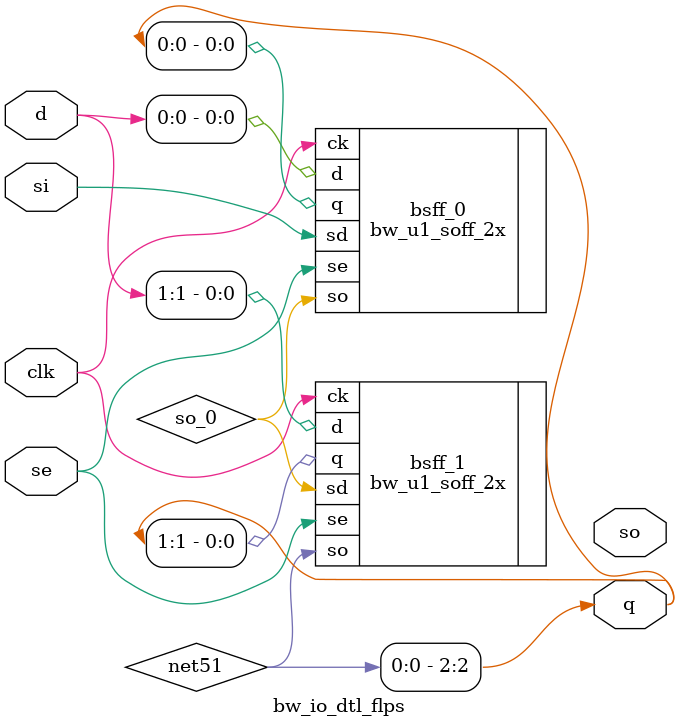
<source format=v>



module bw_io_dtl_flps (/*AUTOARG*/
  // Outputs
  q, so, 
  // Inputs
  d, clk, si, se
  );

  output [2:0]	q;
  input  [2:0]	d;
  output	so;
  input		clk;
  input		si;
  input		se;


  //wire		so_0, net51;
 
 
  bw_u1_soff_2x bsff_0 (
    .q               (q[0]),
    .so              (so_0),
    .ck              (clk),
    .d               (d[0]),
    .se              (se),
    .sd              (si)
    );

  bw_u1_soff_2x bsff_1 (
    .q               (q[1]),
    .so              (net51),
    .ck              (clk),
    .d               (d[1]),
    .se              (se),
    .sd              (so_0)
    );
	 
	 assign q[2] = net51;
/*
  bw_u1_soff_2x I28 (
    .q               (q[2]),
    .so              (so),
    .ck              (clk),
    .d               (d[2]),
    .se              (se),
    //.sd              (net51)
    );
*/

  endmodule


// Local Variables:
// verilog-auto-sense-defines-constant:t
// End:

</source>
